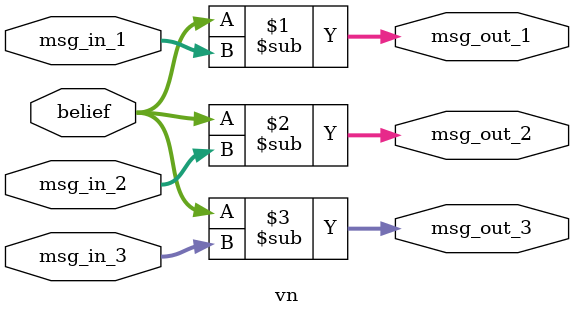
<source format=v>
module vn #(parameter WIDTH = 20)(
input [WIDTH-1:0] msg_in_1,
input [WIDTH-1:0] msg_in_2,
input [WIDTH-1:0] msg_in_3,
output [WIDTH-1:0] msg_out_1,
output [WIDTH-1:0] msg_out_2,
output [WIDTH-1:0] msg_out_3,
input [WIDTH-1:0] belief
);

assign msg_out_1 = belief - msg_in_1;
assign msg_out_2 = belief - msg_in_2;
assign msg_out_3 = belief - msg_in_3;

endmodule

</source>
